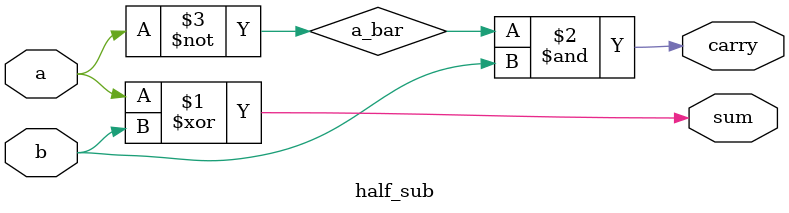
<source format=v>
`timescale 1ns / 1ps

module half_sub(sum,carry,a,b);
input a,b;
output sum,carry;
wire a_bar;
not n1(a_bar,a);
xor x1(sum,a,b);
and a1(carry,a_bar,b);
endmodule

</source>
